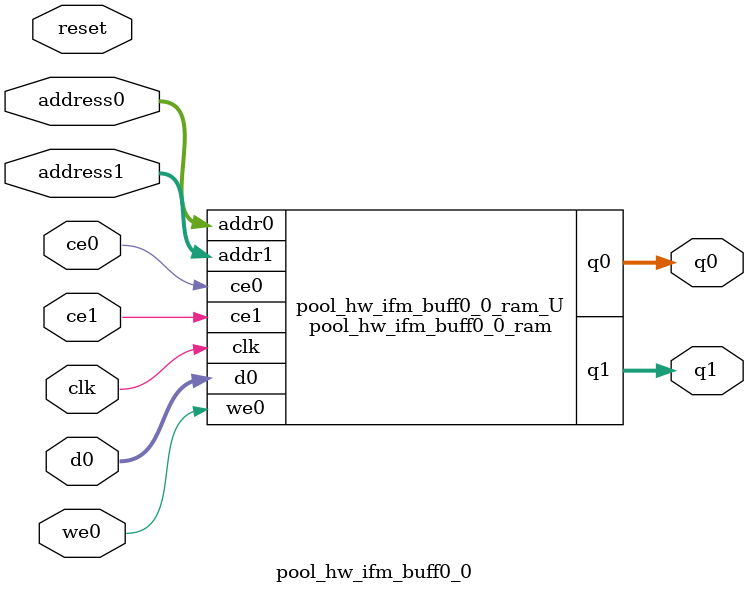
<source format=v>
`timescale 1 ns / 1 ps
module pool_hw_ifm_buff0_0_ram (addr0, ce0, d0, we0, q0, addr1, ce1, q1,  clk);

parameter DWIDTH = 32;
parameter AWIDTH = 6;
parameter MEM_SIZE = 58;

input[AWIDTH-1:0] addr0;
input ce0;
input[DWIDTH-1:0] d0;
input we0;
output reg[DWIDTH-1:0] q0;
input[AWIDTH-1:0] addr1;
input ce1;
output reg[DWIDTH-1:0] q1;
input clk;

(* ram_style = "block" *)reg [DWIDTH-1:0] ram[0:MEM_SIZE-1];




always @(posedge clk)  
begin 
    if (ce0) begin
        if (we0) 
            ram[addr0] <= d0; 
        q0 <= ram[addr0];
    end
end


always @(posedge clk)  
begin 
    if (ce1) begin
        q1 <= ram[addr1];
    end
end


endmodule

`timescale 1 ns / 1 ps
module pool_hw_ifm_buff0_0(
    reset,
    clk,
    address0,
    ce0,
    we0,
    d0,
    q0,
    address1,
    ce1,
    q1);

parameter DataWidth = 32'd32;
parameter AddressRange = 32'd58;
parameter AddressWidth = 32'd6;
input reset;
input clk;
input[AddressWidth - 1:0] address0;
input ce0;
input we0;
input[DataWidth - 1:0] d0;
output[DataWidth - 1:0] q0;
input[AddressWidth - 1:0] address1;
input ce1;
output[DataWidth - 1:0] q1;



pool_hw_ifm_buff0_0_ram pool_hw_ifm_buff0_0_ram_U(
    .clk( clk ),
    .addr0( address0 ),
    .ce0( ce0 ),
    .we0( we0 ),
    .d0( d0 ),
    .q0( q0 ),
    .addr1( address1 ),
    .ce1( ce1 ),
    .q1( q1 ));

endmodule


</source>
